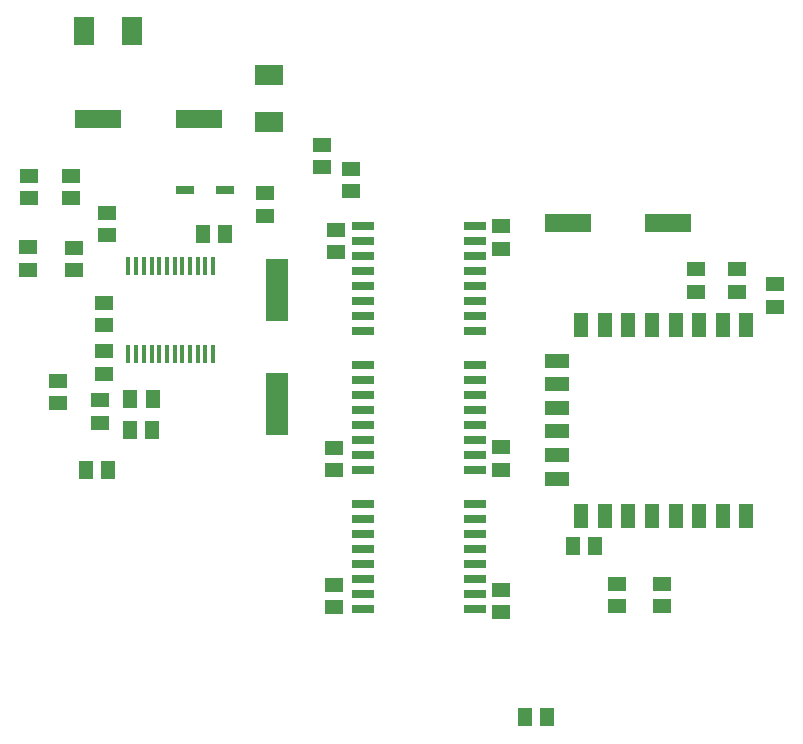
<source format=gtp>
G75*
%MOIN*%
%OFA0B0*%
%FSLAX25Y25*%
%IPPOS*%
%LPD*%
%AMOC8*
5,1,8,0,0,1.08239X$1,22.5*
%
%ADD10R,0.05906X0.05118*%
%ADD11R,0.05118X0.05906*%
%ADD12R,0.15354X0.06299*%
%ADD13R,0.09449X0.07087*%
%ADD14R,0.07087X0.09449*%
%ADD15R,0.06299X0.03150*%
%ADD16R,0.04724X0.07874*%
%ADD17R,0.07874X0.04724*%
%ADD18R,0.07600X0.21000*%
%ADD19R,0.01378X0.05906*%
%ADD20R,0.07480X0.02500*%
D10*
X0162772Y0164780D03*
X0162772Y0172260D03*
X0164072Y0181157D03*
X0164072Y0188638D03*
X0164052Y0197280D03*
X0164052Y0204760D03*
X0153855Y0215665D03*
X0153855Y0223146D03*
X0165115Y0227240D03*
X0165115Y0234720D03*
X0153068Y0239602D03*
X0153068Y0247083D03*
X0138796Y0247083D03*
X0138796Y0239602D03*
X0138619Y0223264D03*
X0138619Y0215783D03*
X0148737Y0178795D03*
X0148737Y0171315D03*
X0217516Y0233815D03*
X0217516Y0241295D03*
X0236690Y0249878D03*
X0236690Y0257358D03*
X0246138Y0249445D03*
X0246138Y0241965D03*
X0241355Y0229110D03*
X0241355Y0221630D03*
X0296375Y0222752D03*
X0296375Y0230232D03*
X0361375Y0215921D03*
X0361375Y0208441D03*
X0375095Y0208441D03*
X0375095Y0215921D03*
X0387536Y0210980D03*
X0387536Y0203500D03*
X0296375Y0156571D03*
X0296375Y0149091D03*
X0296375Y0109012D03*
X0296375Y0101531D03*
X0335095Y0103677D03*
X0335095Y0111157D03*
X0350095Y0111157D03*
X0350095Y0103677D03*
X0240568Y0103205D03*
X0240568Y0110685D03*
X0240666Y0148992D03*
X0240666Y0156472D03*
D11*
X0157831Y0149130D03*
X0165312Y0149130D03*
X0172556Y0162260D03*
X0180036Y0162260D03*
X0180135Y0172673D03*
X0172654Y0172673D03*
X0196886Y0227594D03*
X0204367Y0227594D03*
X0320135Y0123579D03*
X0327615Y0123579D03*
X0311631Y0066551D03*
X0304150Y0066551D03*
D12*
X0318481Y0231197D03*
X0351946Y0231197D03*
X0195587Y0266020D03*
X0162123Y0266020D03*
D13*
X0219091Y0264898D03*
X0219091Y0280843D03*
D14*
X0173205Y0295232D03*
X0157260Y0295232D03*
D15*
X0190823Y0242319D03*
X0204209Y0242319D03*
D16*
X0322969Y0197299D03*
X0330843Y0197299D03*
X0338717Y0197299D03*
X0346591Y0197299D03*
X0354465Y0197299D03*
X0362339Y0197299D03*
X0370213Y0197299D03*
X0378087Y0197299D03*
X0378087Y0133520D03*
X0370213Y0133520D03*
X0362339Y0133520D03*
X0354465Y0133520D03*
X0346591Y0133520D03*
X0338717Y0133520D03*
X0330843Y0133520D03*
X0322969Y0133520D03*
D17*
X0315095Y0146118D03*
X0315095Y0153992D03*
X0315095Y0161866D03*
X0315095Y0169740D03*
X0315095Y0177614D03*
X0315095Y0185488D03*
D18*
X0221690Y0171094D03*
X0221690Y0209094D03*
D19*
X0200272Y0217161D03*
X0197713Y0217161D03*
X0195154Y0217161D03*
X0192595Y0217161D03*
X0190036Y0217161D03*
X0187477Y0217161D03*
X0184918Y0217161D03*
X0182359Y0217161D03*
X0179800Y0217161D03*
X0177241Y0217161D03*
X0174682Y0217161D03*
X0172123Y0217161D03*
X0172123Y0187732D03*
X0174682Y0187732D03*
X0177241Y0187732D03*
X0179800Y0187732D03*
X0182359Y0187732D03*
X0184918Y0187732D03*
X0187477Y0187732D03*
X0190036Y0187732D03*
X0192595Y0187732D03*
X0195154Y0187732D03*
X0197713Y0187732D03*
X0200272Y0187732D03*
D20*
X0250272Y0183992D03*
X0250272Y0178992D03*
X0250272Y0173992D03*
X0250272Y0168992D03*
X0250272Y0163992D03*
X0250272Y0158992D03*
X0250272Y0153992D03*
X0250272Y0148992D03*
X0250272Y0137772D03*
X0250272Y0132772D03*
X0250272Y0127772D03*
X0250272Y0122772D03*
X0250272Y0117772D03*
X0250272Y0112772D03*
X0250272Y0107772D03*
X0250272Y0102772D03*
X0287772Y0102772D03*
X0287772Y0107772D03*
X0287772Y0112772D03*
X0287772Y0117772D03*
X0287772Y0122772D03*
X0287772Y0127772D03*
X0287772Y0132772D03*
X0287772Y0137772D03*
X0287772Y0148992D03*
X0287772Y0153992D03*
X0287772Y0158992D03*
X0287772Y0163992D03*
X0287772Y0168992D03*
X0287772Y0173992D03*
X0287772Y0178992D03*
X0287772Y0183992D03*
X0287772Y0195213D03*
X0287772Y0200213D03*
X0287772Y0205213D03*
X0287772Y0210213D03*
X0287772Y0215213D03*
X0287772Y0220213D03*
X0287772Y0225213D03*
X0287772Y0230213D03*
X0250272Y0230213D03*
X0250272Y0225213D03*
X0250272Y0220213D03*
X0250272Y0215213D03*
X0250272Y0210213D03*
X0250272Y0205213D03*
X0250272Y0200213D03*
X0250272Y0195213D03*
M02*

</source>
